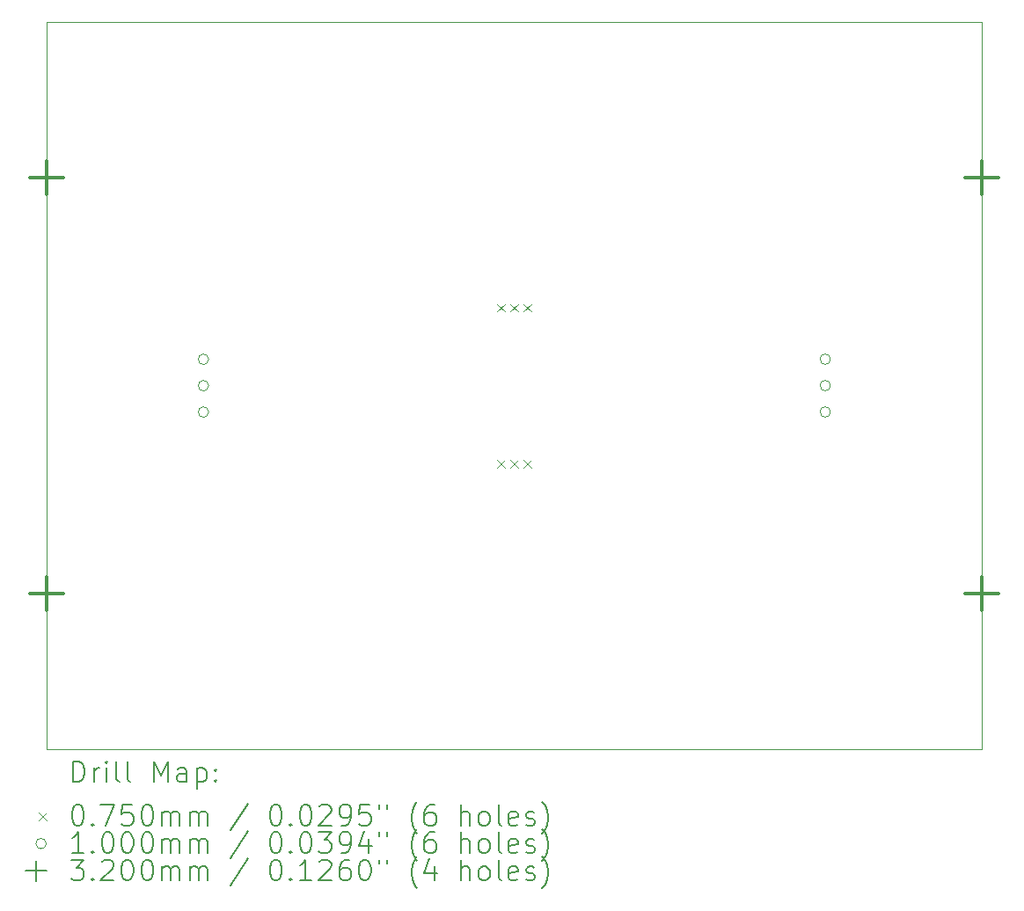
<source format=gbr>
%TF.GenerationSoftware,KiCad,Pcbnew,(6.0.8)*%
%TF.CreationDate,2023-05-12T01:16:04+02:00*%
%TF.ProjectId,SMDBattHolder,534d4442-6174-4744-986f-6c6465722e6b,rev?*%
%TF.SameCoordinates,Original*%
%TF.FileFunction,Drillmap*%
%TF.FilePolarity,Positive*%
%FSLAX45Y45*%
G04 Gerber Fmt 4.5, Leading zero omitted, Abs format (unit mm)*
G04 Created by KiCad (PCBNEW (6.0.8)) date 2023-05-12 01:16:04*
%MOMM*%
%LPD*%
G01*
G04 APERTURE LIST*
%ADD10C,0.100000*%
%ADD11C,0.200000*%
%ADD12C,0.075000*%
%ADD13C,0.320000*%
G04 APERTURE END LIST*
D10*
X29000000Y-17000000D02*
X29000000Y-10000000D01*
X38000000Y-10000000D02*
X38000000Y-17000000D01*
X29000000Y-10000000D02*
X38000000Y-10000000D01*
X38000000Y-17000000D02*
X29000000Y-17000000D01*
D11*
D12*
X33333500Y-14212500D02*
X33408500Y-14287500D01*
X33408500Y-14212500D02*
X33333500Y-14287500D01*
X33335500Y-12712500D02*
X33410500Y-12787500D01*
X33410500Y-12712500D02*
X33335500Y-12787500D01*
X33460500Y-14212500D02*
X33535500Y-14287500D01*
X33535500Y-14212500D02*
X33460500Y-14287500D01*
X33462500Y-12712500D02*
X33537500Y-12787500D01*
X33537500Y-12712500D02*
X33462500Y-12787500D01*
X33587500Y-14212500D02*
X33662500Y-14287500D01*
X33662500Y-14212500D02*
X33587500Y-14287500D01*
X33589500Y-12712500D02*
X33664500Y-12787500D01*
X33664500Y-12712500D02*
X33589500Y-12787500D01*
D10*
X30557500Y-13246500D02*
G75*
G03*
X30557500Y-13246500I-50000J0D01*
G01*
X30557500Y-13500500D02*
G75*
G03*
X30557500Y-13500500I-50000J0D01*
G01*
X30557500Y-13754500D02*
G75*
G03*
X30557500Y-13754500I-50000J0D01*
G01*
X36542500Y-13245500D02*
G75*
G03*
X36542500Y-13245500I-50000J0D01*
G01*
X36542500Y-13499500D02*
G75*
G03*
X36542500Y-13499500I-50000J0D01*
G01*
X36542500Y-13753500D02*
G75*
G03*
X36542500Y-13753500I-50000J0D01*
G01*
D13*
X29000000Y-11340000D02*
X29000000Y-11660000D01*
X28840000Y-11500000D02*
X29160000Y-11500000D01*
X29000000Y-15340000D02*
X29000000Y-15660000D01*
X28840000Y-15500000D02*
X29160000Y-15500000D01*
X38000000Y-11340000D02*
X38000000Y-11660000D01*
X37840000Y-11500000D02*
X38160000Y-11500000D01*
X38000000Y-15340000D02*
X38000000Y-15660000D01*
X37840000Y-15500000D02*
X38160000Y-15500000D01*
D11*
X29252619Y-17315476D02*
X29252619Y-17115476D01*
X29300238Y-17115476D01*
X29328809Y-17125000D01*
X29347857Y-17144048D01*
X29357381Y-17163095D01*
X29366905Y-17201190D01*
X29366905Y-17229762D01*
X29357381Y-17267857D01*
X29347857Y-17286905D01*
X29328809Y-17305952D01*
X29300238Y-17315476D01*
X29252619Y-17315476D01*
X29452619Y-17315476D02*
X29452619Y-17182143D01*
X29452619Y-17220238D02*
X29462143Y-17201190D01*
X29471667Y-17191667D01*
X29490714Y-17182143D01*
X29509762Y-17182143D01*
X29576428Y-17315476D02*
X29576428Y-17182143D01*
X29576428Y-17115476D02*
X29566905Y-17125000D01*
X29576428Y-17134524D01*
X29585952Y-17125000D01*
X29576428Y-17115476D01*
X29576428Y-17134524D01*
X29700238Y-17315476D02*
X29681190Y-17305952D01*
X29671667Y-17286905D01*
X29671667Y-17115476D01*
X29805000Y-17315476D02*
X29785952Y-17305952D01*
X29776428Y-17286905D01*
X29776428Y-17115476D01*
X30033571Y-17315476D02*
X30033571Y-17115476D01*
X30100238Y-17258333D01*
X30166905Y-17115476D01*
X30166905Y-17315476D01*
X30347857Y-17315476D02*
X30347857Y-17210714D01*
X30338333Y-17191667D01*
X30319286Y-17182143D01*
X30281190Y-17182143D01*
X30262143Y-17191667D01*
X30347857Y-17305952D02*
X30328809Y-17315476D01*
X30281190Y-17315476D01*
X30262143Y-17305952D01*
X30252619Y-17286905D01*
X30252619Y-17267857D01*
X30262143Y-17248810D01*
X30281190Y-17239286D01*
X30328809Y-17239286D01*
X30347857Y-17229762D01*
X30443095Y-17182143D02*
X30443095Y-17382143D01*
X30443095Y-17191667D02*
X30462143Y-17182143D01*
X30500238Y-17182143D01*
X30519286Y-17191667D01*
X30528809Y-17201190D01*
X30538333Y-17220238D01*
X30538333Y-17277381D01*
X30528809Y-17296429D01*
X30519286Y-17305952D01*
X30500238Y-17315476D01*
X30462143Y-17315476D01*
X30443095Y-17305952D01*
X30624048Y-17296429D02*
X30633571Y-17305952D01*
X30624048Y-17315476D01*
X30614524Y-17305952D01*
X30624048Y-17296429D01*
X30624048Y-17315476D01*
X30624048Y-17191667D02*
X30633571Y-17201190D01*
X30624048Y-17210714D01*
X30614524Y-17201190D01*
X30624048Y-17191667D01*
X30624048Y-17210714D01*
D12*
X28920000Y-17607500D02*
X28995000Y-17682500D01*
X28995000Y-17607500D02*
X28920000Y-17682500D01*
D11*
X29290714Y-17535476D02*
X29309762Y-17535476D01*
X29328809Y-17545000D01*
X29338333Y-17554524D01*
X29347857Y-17573571D01*
X29357381Y-17611667D01*
X29357381Y-17659286D01*
X29347857Y-17697381D01*
X29338333Y-17716429D01*
X29328809Y-17725952D01*
X29309762Y-17735476D01*
X29290714Y-17735476D01*
X29271667Y-17725952D01*
X29262143Y-17716429D01*
X29252619Y-17697381D01*
X29243095Y-17659286D01*
X29243095Y-17611667D01*
X29252619Y-17573571D01*
X29262143Y-17554524D01*
X29271667Y-17545000D01*
X29290714Y-17535476D01*
X29443095Y-17716429D02*
X29452619Y-17725952D01*
X29443095Y-17735476D01*
X29433571Y-17725952D01*
X29443095Y-17716429D01*
X29443095Y-17735476D01*
X29519286Y-17535476D02*
X29652619Y-17535476D01*
X29566905Y-17735476D01*
X29824048Y-17535476D02*
X29728809Y-17535476D01*
X29719286Y-17630714D01*
X29728809Y-17621190D01*
X29747857Y-17611667D01*
X29795476Y-17611667D01*
X29814524Y-17621190D01*
X29824048Y-17630714D01*
X29833571Y-17649762D01*
X29833571Y-17697381D01*
X29824048Y-17716429D01*
X29814524Y-17725952D01*
X29795476Y-17735476D01*
X29747857Y-17735476D01*
X29728809Y-17725952D01*
X29719286Y-17716429D01*
X29957381Y-17535476D02*
X29976428Y-17535476D01*
X29995476Y-17545000D01*
X30005000Y-17554524D01*
X30014524Y-17573571D01*
X30024048Y-17611667D01*
X30024048Y-17659286D01*
X30014524Y-17697381D01*
X30005000Y-17716429D01*
X29995476Y-17725952D01*
X29976428Y-17735476D01*
X29957381Y-17735476D01*
X29938333Y-17725952D01*
X29928809Y-17716429D01*
X29919286Y-17697381D01*
X29909762Y-17659286D01*
X29909762Y-17611667D01*
X29919286Y-17573571D01*
X29928809Y-17554524D01*
X29938333Y-17545000D01*
X29957381Y-17535476D01*
X30109762Y-17735476D02*
X30109762Y-17602143D01*
X30109762Y-17621190D02*
X30119286Y-17611667D01*
X30138333Y-17602143D01*
X30166905Y-17602143D01*
X30185952Y-17611667D01*
X30195476Y-17630714D01*
X30195476Y-17735476D01*
X30195476Y-17630714D02*
X30205000Y-17611667D01*
X30224048Y-17602143D01*
X30252619Y-17602143D01*
X30271667Y-17611667D01*
X30281190Y-17630714D01*
X30281190Y-17735476D01*
X30376428Y-17735476D02*
X30376428Y-17602143D01*
X30376428Y-17621190D02*
X30385952Y-17611667D01*
X30405000Y-17602143D01*
X30433571Y-17602143D01*
X30452619Y-17611667D01*
X30462143Y-17630714D01*
X30462143Y-17735476D01*
X30462143Y-17630714D02*
X30471667Y-17611667D01*
X30490714Y-17602143D01*
X30519286Y-17602143D01*
X30538333Y-17611667D01*
X30547857Y-17630714D01*
X30547857Y-17735476D01*
X30938333Y-17525952D02*
X30766905Y-17783095D01*
X31195476Y-17535476D02*
X31214524Y-17535476D01*
X31233571Y-17545000D01*
X31243095Y-17554524D01*
X31252619Y-17573571D01*
X31262143Y-17611667D01*
X31262143Y-17659286D01*
X31252619Y-17697381D01*
X31243095Y-17716429D01*
X31233571Y-17725952D01*
X31214524Y-17735476D01*
X31195476Y-17735476D01*
X31176428Y-17725952D01*
X31166905Y-17716429D01*
X31157381Y-17697381D01*
X31147857Y-17659286D01*
X31147857Y-17611667D01*
X31157381Y-17573571D01*
X31166905Y-17554524D01*
X31176428Y-17545000D01*
X31195476Y-17535476D01*
X31347857Y-17716429D02*
X31357381Y-17725952D01*
X31347857Y-17735476D01*
X31338333Y-17725952D01*
X31347857Y-17716429D01*
X31347857Y-17735476D01*
X31481190Y-17535476D02*
X31500238Y-17535476D01*
X31519286Y-17545000D01*
X31528809Y-17554524D01*
X31538333Y-17573571D01*
X31547857Y-17611667D01*
X31547857Y-17659286D01*
X31538333Y-17697381D01*
X31528809Y-17716429D01*
X31519286Y-17725952D01*
X31500238Y-17735476D01*
X31481190Y-17735476D01*
X31462143Y-17725952D01*
X31452619Y-17716429D01*
X31443095Y-17697381D01*
X31433571Y-17659286D01*
X31433571Y-17611667D01*
X31443095Y-17573571D01*
X31452619Y-17554524D01*
X31462143Y-17545000D01*
X31481190Y-17535476D01*
X31624048Y-17554524D02*
X31633571Y-17545000D01*
X31652619Y-17535476D01*
X31700238Y-17535476D01*
X31719286Y-17545000D01*
X31728809Y-17554524D01*
X31738333Y-17573571D01*
X31738333Y-17592619D01*
X31728809Y-17621190D01*
X31614524Y-17735476D01*
X31738333Y-17735476D01*
X31833571Y-17735476D02*
X31871667Y-17735476D01*
X31890714Y-17725952D01*
X31900238Y-17716429D01*
X31919286Y-17687857D01*
X31928809Y-17649762D01*
X31928809Y-17573571D01*
X31919286Y-17554524D01*
X31909762Y-17545000D01*
X31890714Y-17535476D01*
X31852619Y-17535476D01*
X31833571Y-17545000D01*
X31824048Y-17554524D01*
X31814524Y-17573571D01*
X31814524Y-17621190D01*
X31824048Y-17640238D01*
X31833571Y-17649762D01*
X31852619Y-17659286D01*
X31890714Y-17659286D01*
X31909762Y-17649762D01*
X31919286Y-17640238D01*
X31928809Y-17621190D01*
X32109762Y-17535476D02*
X32014524Y-17535476D01*
X32005000Y-17630714D01*
X32014524Y-17621190D01*
X32033571Y-17611667D01*
X32081190Y-17611667D01*
X32100238Y-17621190D01*
X32109762Y-17630714D01*
X32119286Y-17649762D01*
X32119286Y-17697381D01*
X32109762Y-17716429D01*
X32100238Y-17725952D01*
X32081190Y-17735476D01*
X32033571Y-17735476D01*
X32014524Y-17725952D01*
X32005000Y-17716429D01*
X32195476Y-17535476D02*
X32195476Y-17573571D01*
X32271667Y-17535476D02*
X32271667Y-17573571D01*
X32566905Y-17811667D02*
X32557381Y-17802143D01*
X32538333Y-17773571D01*
X32528809Y-17754524D01*
X32519286Y-17725952D01*
X32509762Y-17678333D01*
X32509762Y-17640238D01*
X32519286Y-17592619D01*
X32528809Y-17564048D01*
X32538333Y-17545000D01*
X32557381Y-17516429D01*
X32566905Y-17506905D01*
X32728809Y-17535476D02*
X32690714Y-17535476D01*
X32671667Y-17545000D01*
X32662143Y-17554524D01*
X32643095Y-17583095D01*
X32633571Y-17621190D01*
X32633571Y-17697381D01*
X32643095Y-17716429D01*
X32652619Y-17725952D01*
X32671667Y-17735476D01*
X32709762Y-17735476D01*
X32728809Y-17725952D01*
X32738333Y-17716429D01*
X32747857Y-17697381D01*
X32747857Y-17649762D01*
X32738333Y-17630714D01*
X32728809Y-17621190D01*
X32709762Y-17611667D01*
X32671667Y-17611667D01*
X32652619Y-17621190D01*
X32643095Y-17630714D01*
X32633571Y-17649762D01*
X32985952Y-17735476D02*
X32985952Y-17535476D01*
X33071667Y-17735476D02*
X33071667Y-17630714D01*
X33062143Y-17611667D01*
X33043095Y-17602143D01*
X33014524Y-17602143D01*
X32995476Y-17611667D01*
X32985952Y-17621190D01*
X33195476Y-17735476D02*
X33176428Y-17725952D01*
X33166905Y-17716429D01*
X33157381Y-17697381D01*
X33157381Y-17640238D01*
X33166905Y-17621190D01*
X33176428Y-17611667D01*
X33195476Y-17602143D01*
X33224048Y-17602143D01*
X33243095Y-17611667D01*
X33252619Y-17621190D01*
X33262143Y-17640238D01*
X33262143Y-17697381D01*
X33252619Y-17716429D01*
X33243095Y-17725952D01*
X33224048Y-17735476D01*
X33195476Y-17735476D01*
X33376428Y-17735476D02*
X33357381Y-17725952D01*
X33347857Y-17706905D01*
X33347857Y-17535476D01*
X33528809Y-17725952D02*
X33509762Y-17735476D01*
X33471667Y-17735476D01*
X33452619Y-17725952D01*
X33443095Y-17706905D01*
X33443095Y-17630714D01*
X33452619Y-17611667D01*
X33471667Y-17602143D01*
X33509762Y-17602143D01*
X33528809Y-17611667D01*
X33538333Y-17630714D01*
X33538333Y-17649762D01*
X33443095Y-17668810D01*
X33614524Y-17725952D02*
X33633571Y-17735476D01*
X33671667Y-17735476D01*
X33690714Y-17725952D01*
X33700238Y-17706905D01*
X33700238Y-17697381D01*
X33690714Y-17678333D01*
X33671667Y-17668810D01*
X33643095Y-17668810D01*
X33624048Y-17659286D01*
X33614524Y-17640238D01*
X33614524Y-17630714D01*
X33624048Y-17611667D01*
X33643095Y-17602143D01*
X33671667Y-17602143D01*
X33690714Y-17611667D01*
X33766905Y-17811667D02*
X33776429Y-17802143D01*
X33795476Y-17773571D01*
X33805000Y-17754524D01*
X33814524Y-17725952D01*
X33824048Y-17678333D01*
X33824048Y-17640238D01*
X33814524Y-17592619D01*
X33805000Y-17564048D01*
X33795476Y-17545000D01*
X33776429Y-17516429D01*
X33766905Y-17506905D01*
D10*
X28995000Y-17909000D02*
G75*
G03*
X28995000Y-17909000I-50000J0D01*
G01*
D11*
X29357381Y-17999476D02*
X29243095Y-17999476D01*
X29300238Y-17999476D02*
X29300238Y-17799476D01*
X29281190Y-17828048D01*
X29262143Y-17847095D01*
X29243095Y-17856619D01*
X29443095Y-17980429D02*
X29452619Y-17989952D01*
X29443095Y-17999476D01*
X29433571Y-17989952D01*
X29443095Y-17980429D01*
X29443095Y-17999476D01*
X29576428Y-17799476D02*
X29595476Y-17799476D01*
X29614524Y-17809000D01*
X29624048Y-17818524D01*
X29633571Y-17837571D01*
X29643095Y-17875667D01*
X29643095Y-17923286D01*
X29633571Y-17961381D01*
X29624048Y-17980429D01*
X29614524Y-17989952D01*
X29595476Y-17999476D01*
X29576428Y-17999476D01*
X29557381Y-17989952D01*
X29547857Y-17980429D01*
X29538333Y-17961381D01*
X29528809Y-17923286D01*
X29528809Y-17875667D01*
X29538333Y-17837571D01*
X29547857Y-17818524D01*
X29557381Y-17809000D01*
X29576428Y-17799476D01*
X29766905Y-17799476D02*
X29785952Y-17799476D01*
X29805000Y-17809000D01*
X29814524Y-17818524D01*
X29824048Y-17837571D01*
X29833571Y-17875667D01*
X29833571Y-17923286D01*
X29824048Y-17961381D01*
X29814524Y-17980429D01*
X29805000Y-17989952D01*
X29785952Y-17999476D01*
X29766905Y-17999476D01*
X29747857Y-17989952D01*
X29738333Y-17980429D01*
X29728809Y-17961381D01*
X29719286Y-17923286D01*
X29719286Y-17875667D01*
X29728809Y-17837571D01*
X29738333Y-17818524D01*
X29747857Y-17809000D01*
X29766905Y-17799476D01*
X29957381Y-17799476D02*
X29976428Y-17799476D01*
X29995476Y-17809000D01*
X30005000Y-17818524D01*
X30014524Y-17837571D01*
X30024048Y-17875667D01*
X30024048Y-17923286D01*
X30014524Y-17961381D01*
X30005000Y-17980429D01*
X29995476Y-17989952D01*
X29976428Y-17999476D01*
X29957381Y-17999476D01*
X29938333Y-17989952D01*
X29928809Y-17980429D01*
X29919286Y-17961381D01*
X29909762Y-17923286D01*
X29909762Y-17875667D01*
X29919286Y-17837571D01*
X29928809Y-17818524D01*
X29938333Y-17809000D01*
X29957381Y-17799476D01*
X30109762Y-17999476D02*
X30109762Y-17866143D01*
X30109762Y-17885190D02*
X30119286Y-17875667D01*
X30138333Y-17866143D01*
X30166905Y-17866143D01*
X30185952Y-17875667D01*
X30195476Y-17894714D01*
X30195476Y-17999476D01*
X30195476Y-17894714D02*
X30205000Y-17875667D01*
X30224048Y-17866143D01*
X30252619Y-17866143D01*
X30271667Y-17875667D01*
X30281190Y-17894714D01*
X30281190Y-17999476D01*
X30376428Y-17999476D02*
X30376428Y-17866143D01*
X30376428Y-17885190D02*
X30385952Y-17875667D01*
X30405000Y-17866143D01*
X30433571Y-17866143D01*
X30452619Y-17875667D01*
X30462143Y-17894714D01*
X30462143Y-17999476D01*
X30462143Y-17894714D02*
X30471667Y-17875667D01*
X30490714Y-17866143D01*
X30519286Y-17866143D01*
X30538333Y-17875667D01*
X30547857Y-17894714D01*
X30547857Y-17999476D01*
X30938333Y-17789952D02*
X30766905Y-18047095D01*
X31195476Y-17799476D02*
X31214524Y-17799476D01*
X31233571Y-17809000D01*
X31243095Y-17818524D01*
X31252619Y-17837571D01*
X31262143Y-17875667D01*
X31262143Y-17923286D01*
X31252619Y-17961381D01*
X31243095Y-17980429D01*
X31233571Y-17989952D01*
X31214524Y-17999476D01*
X31195476Y-17999476D01*
X31176428Y-17989952D01*
X31166905Y-17980429D01*
X31157381Y-17961381D01*
X31147857Y-17923286D01*
X31147857Y-17875667D01*
X31157381Y-17837571D01*
X31166905Y-17818524D01*
X31176428Y-17809000D01*
X31195476Y-17799476D01*
X31347857Y-17980429D02*
X31357381Y-17989952D01*
X31347857Y-17999476D01*
X31338333Y-17989952D01*
X31347857Y-17980429D01*
X31347857Y-17999476D01*
X31481190Y-17799476D02*
X31500238Y-17799476D01*
X31519286Y-17809000D01*
X31528809Y-17818524D01*
X31538333Y-17837571D01*
X31547857Y-17875667D01*
X31547857Y-17923286D01*
X31538333Y-17961381D01*
X31528809Y-17980429D01*
X31519286Y-17989952D01*
X31500238Y-17999476D01*
X31481190Y-17999476D01*
X31462143Y-17989952D01*
X31452619Y-17980429D01*
X31443095Y-17961381D01*
X31433571Y-17923286D01*
X31433571Y-17875667D01*
X31443095Y-17837571D01*
X31452619Y-17818524D01*
X31462143Y-17809000D01*
X31481190Y-17799476D01*
X31614524Y-17799476D02*
X31738333Y-17799476D01*
X31671667Y-17875667D01*
X31700238Y-17875667D01*
X31719286Y-17885190D01*
X31728809Y-17894714D01*
X31738333Y-17913762D01*
X31738333Y-17961381D01*
X31728809Y-17980429D01*
X31719286Y-17989952D01*
X31700238Y-17999476D01*
X31643095Y-17999476D01*
X31624048Y-17989952D01*
X31614524Y-17980429D01*
X31833571Y-17999476D02*
X31871667Y-17999476D01*
X31890714Y-17989952D01*
X31900238Y-17980429D01*
X31919286Y-17951857D01*
X31928809Y-17913762D01*
X31928809Y-17837571D01*
X31919286Y-17818524D01*
X31909762Y-17809000D01*
X31890714Y-17799476D01*
X31852619Y-17799476D01*
X31833571Y-17809000D01*
X31824048Y-17818524D01*
X31814524Y-17837571D01*
X31814524Y-17885190D01*
X31824048Y-17904238D01*
X31833571Y-17913762D01*
X31852619Y-17923286D01*
X31890714Y-17923286D01*
X31909762Y-17913762D01*
X31919286Y-17904238D01*
X31928809Y-17885190D01*
X32100238Y-17866143D02*
X32100238Y-17999476D01*
X32052619Y-17789952D02*
X32005000Y-17932810D01*
X32128809Y-17932810D01*
X32195476Y-17799476D02*
X32195476Y-17837571D01*
X32271667Y-17799476D02*
X32271667Y-17837571D01*
X32566905Y-18075667D02*
X32557381Y-18066143D01*
X32538333Y-18037571D01*
X32528809Y-18018524D01*
X32519286Y-17989952D01*
X32509762Y-17942333D01*
X32509762Y-17904238D01*
X32519286Y-17856619D01*
X32528809Y-17828048D01*
X32538333Y-17809000D01*
X32557381Y-17780429D01*
X32566905Y-17770905D01*
X32728809Y-17799476D02*
X32690714Y-17799476D01*
X32671667Y-17809000D01*
X32662143Y-17818524D01*
X32643095Y-17847095D01*
X32633571Y-17885190D01*
X32633571Y-17961381D01*
X32643095Y-17980429D01*
X32652619Y-17989952D01*
X32671667Y-17999476D01*
X32709762Y-17999476D01*
X32728809Y-17989952D01*
X32738333Y-17980429D01*
X32747857Y-17961381D01*
X32747857Y-17913762D01*
X32738333Y-17894714D01*
X32728809Y-17885190D01*
X32709762Y-17875667D01*
X32671667Y-17875667D01*
X32652619Y-17885190D01*
X32643095Y-17894714D01*
X32633571Y-17913762D01*
X32985952Y-17999476D02*
X32985952Y-17799476D01*
X33071667Y-17999476D02*
X33071667Y-17894714D01*
X33062143Y-17875667D01*
X33043095Y-17866143D01*
X33014524Y-17866143D01*
X32995476Y-17875667D01*
X32985952Y-17885190D01*
X33195476Y-17999476D02*
X33176428Y-17989952D01*
X33166905Y-17980429D01*
X33157381Y-17961381D01*
X33157381Y-17904238D01*
X33166905Y-17885190D01*
X33176428Y-17875667D01*
X33195476Y-17866143D01*
X33224048Y-17866143D01*
X33243095Y-17875667D01*
X33252619Y-17885190D01*
X33262143Y-17904238D01*
X33262143Y-17961381D01*
X33252619Y-17980429D01*
X33243095Y-17989952D01*
X33224048Y-17999476D01*
X33195476Y-17999476D01*
X33376428Y-17999476D02*
X33357381Y-17989952D01*
X33347857Y-17970905D01*
X33347857Y-17799476D01*
X33528809Y-17989952D02*
X33509762Y-17999476D01*
X33471667Y-17999476D01*
X33452619Y-17989952D01*
X33443095Y-17970905D01*
X33443095Y-17894714D01*
X33452619Y-17875667D01*
X33471667Y-17866143D01*
X33509762Y-17866143D01*
X33528809Y-17875667D01*
X33538333Y-17894714D01*
X33538333Y-17913762D01*
X33443095Y-17932810D01*
X33614524Y-17989952D02*
X33633571Y-17999476D01*
X33671667Y-17999476D01*
X33690714Y-17989952D01*
X33700238Y-17970905D01*
X33700238Y-17961381D01*
X33690714Y-17942333D01*
X33671667Y-17932810D01*
X33643095Y-17932810D01*
X33624048Y-17923286D01*
X33614524Y-17904238D01*
X33614524Y-17894714D01*
X33624048Y-17875667D01*
X33643095Y-17866143D01*
X33671667Y-17866143D01*
X33690714Y-17875667D01*
X33766905Y-18075667D02*
X33776429Y-18066143D01*
X33795476Y-18037571D01*
X33805000Y-18018524D01*
X33814524Y-17989952D01*
X33824048Y-17942333D01*
X33824048Y-17904238D01*
X33814524Y-17856619D01*
X33805000Y-17828048D01*
X33795476Y-17809000D01*
X33776429Y-17780429D01*
X33766905Y-17770905D01*
X28895000Y-18073000D02*
X28895000Y-18273000D01*
X28795000Y-18173000D02*
X28995000Y-18173000D01*
X29233571Y-18063476D02*
X29357381Y-18063476D01*
X29290714Y-18139667D01*
X29319286Y-18139667D01*
X29338333Y-18149190D01*
X29347857Y-18158714D01*
X29357381Y-18177762D01*
X29357381Y-18225381D01*
X29347857Y-18244429D01*
X29338333Y-18253952D01*
X29319286Y-18263476D01*
X29262143Y-18263476D01*
X29243095Y-18253952D01*
X29233571Y-18244429D01*
X29443095Y-18244429D02*
X29452619Y-18253952D01*
X29443095Y-18263476D01*
X29433571Y-18253952D01*
X29443095Y-18244429D01*
X29443095Y-18263476D01*
X29528809Y-18082524D02*
X29538333Y-18073000D01*
X29557381Y-18063476D01*
X29605000Y-18063476D01*
X29624048Y-18073000D01*
X29633571Y-18082524D01*
X29643095Y-18101571D01*
X29643095Y-18120619D01*
X29633571Y-18149190D01*
X29519286Y-18263476D01*
X29643095Y-18263476D01*
X29766905Y-18063476D02*
X29785952Y-18063476D01*
X29805000Y-18073000D01*
X29814524Y-18082524D01*
X29824048Y-18101571D01*
X29833571Y-18139667D01*
X29833571Y-18187286D01*
X29824048Y-18225381D01*
X29814524Y-18244429D01*
X29805000Y-18253952D01*
X29785952Y-18263476D01*
X29766905Y-18263476D01*
X29747857Y-18253952D01*
X29738333Y-18244429D01*
X29728809Y-18225381D01*
X29719286Y-18187286D01*
X29719286Y-18139667D01*
X29728809Y-18101571D01*
X29738333Y-18082524D01*
X29747857Y-18073000D01*
X29766905Y-18063476D01*
X29957381Y-18063476D02*
X29976428Y-18063476D01*
X29995476Y-18073000D01*
X30005000Y-18082524D01*
X30014524Y-18101571D01*
X30024048Y-18139667D01*
X30024048Y-18187286D01*
X30014524Y-18225381D01*
X30005000Y-18244429D01*
X29995476Y-18253952D01*
X29976428Y-18263476D01*
X29957381Y-18263476D01*
X29938333Y-18253952D01*
X29928809Y-18244429D01*
X29919286Y-18225381D01*
X29909762Y-18187286D01*
X29909762Y-18139667D01*
X29919286Y-18101571D01*
X29928809Y-18082524D01*
X29938333Y-18073000D01*
X29957381Y-18063476D01*
X30109762Y-18263476D02*
X30109762Y-18130143D01*
X30109762Y-18149190D02*
X30119286Y-18139667D01*
X30138333Y-18130143D01*
X30166905Y-18130143D01*
X30185952Y-18139667D01*
X30195476Y-18158714D01*
X30195476Y-18263476D01*
X30195476Y-18158714D02*
X30205000Y-18139667D01*
X30224048Y-18130143D01*
X30252619Y-18130143D01*
X30271667Y-18139667D01*
X30281190Y-18158714D01*
X30281190Y-18263476D01*
X30376428Y-18263476D02*
X30376428Y-18130143D01*
X30376428Y-18149190D02*
X30385952Y-18139667D01*
X30405000Y-18130143D01*
X30433571Y-18130143D01*
X30452619Y-18139667D01*
X30462143Y-18158714D01*
X30462143Y-18263476D01*
X30462143Y-18158714D02*
X30471667Y-18139667D01*
X30490714Y-18130143D01*
X30519286Y-18130143D01*
X30538333Y-18139667D01*
X30547857Y-18158714D01*
X30547857Y-18263476D01*
X30938333Y-18053952D02*
X30766905Y-18311095D01*
X31195476Y-18063476D02*
X31214524Y-18063476D01*
X31233571Y-18073000D01*
X31243095Y-18082524D01*
X31252619Y-18101571D01*
X31262143Y-18139667D01*
X31262143Y-18187286D01*
X31252619Y-18225381D01*
X31243095Y-18244429D01*
X31233571Y-18253952D01*
X31214524Y-18263476D01*
X31195476Y-18263476D01*
X31176428Y-18253952D01*
X31166905Y-18244429D01*
X31157381Y-18225381D01*
X31147857Y-18187286D01*
X31147857Y-18139667D01*
X31157381Y-18101571D01*
X31166905Y-18082524D01*
X31176428Y-18073000D01*
X31195476Y-18063476D01*
X31347857Y-18244429D02*
X31357381Y-18253952D01*
X31347857Y-18263476D01*
X31338333Y-18253952D01*
X31347857Y-18244429D01*
X31347857Y-18263476D01*
X31547857Y-18263476D02*
X31433571Y-18263476D01*
X31490714Y-18263476D02*
X31490714Y-18063476D01*
X31471667Y-18092048D01*
X31452619Y-18111095D01*
X31433571Y-18120619D01*
X31624048Y-18082524D02*
X31633571Y-18073000D01*
X31652619Y-18063476D01*
X31700238Y-18063476D01*
X31719286Y-18073000D01*
X31728809Y-18082524D01*
X31738333Y-18101571D01*
X31738333Y-18120619D01*
X31728809Y-18149190D01*
X31614524Y-18263476D01*
X31738333Y-18263476D01*
X31909762Y-18063476D02*
X31871667Y-18063476D01*
X31852619Y-18073000D01*
X31843095Y-18082524D01*
X31824048Y-18111095D01*
X31814524Y-18149190D01*
X31814524Y-18225381D01*
X31824048Y-18244429D01*
X31833571Y-18253952D01*
X31852619Y-18263476D01*
X31890714Y-18263476D01*
X31909762Y-18253952D01*
X31919286Y-18244429D01*
X31928809Y-18225381D01*
X31928809Y-18177762D01*
X31919286Y-18158714D01*
X31909762Y-18149190D01*
X31890714Y-18139667D01*
X31852619Y-18139667D01*
X31833571Y-18149190D01*
X31824048Y-18158714D01*
X31814524Y-18177762D01*
X32052619Y-18063476D02*
X32071667Y-18063476D01*
X32090714Y-18073000D01*
X32100238Y-18082524D01*
X32109762Y-18101571D01*
X32119286Y-18139667D01*
X32119286Y-18187286D01*
X32109762Y-18225381D01*
X32100238Y-18244429D01*
X32090714Y-18253952D01*
X32071667Y-18263476D01*
X32052619Y-18263476D01*
X32033571Y-18253952D01*
X32024048Y-18244429D01*
X32014524Y-18225381D01*
X32005000Y-18187286D01*
X32005000Y-18139667D01*
X32014524Y-18101571D01*
X32024048Y-18082524D01*
X32033571Y-18073000D01*
X32052619Y-18063476D01*
X32195476Y-18063476D02*
X32195476Y-18101571D01*
X32271667Y-18063476D02*
X32271667Y-18101571D01*
X32566905Y-18339667D02*
X32557381Y-18330143D01*
X32538333Y-18301571D01*
X32528809Y-18282524D01*
X32519286Y-18253952D01*
X32509762Y-18206333D01*
X32509762Y-18168238D01*
X32519286Y-18120619D01*
X32528809Y-18092048D01*
X32538333Y-18073000D01*
X32557381Y-18044429D01*
X32566905Y-18034905D01*
X32728809Y-18130143D02*
X32728809Y-18263476D01*
X32681190Y-18053952D02*
X32633571Y-18196810D01*
X32757381Y-18196810D01*
X32985952Y-18263476D02*
X32985952Y-18063476D01*
X33071667Y-18263476D02*
X33071667Y-18158714D01*
X33062143Y-18139667D01*
X33043095Y-18130143D01*
X33014524Y-18130143D01*
X32995476Y-18139667D01*
X32985952Y-18149190D01*
X33195476Y-18263476D02*
X33176428Y-18253952D01*
X33166905Y-18244429D01*
X33157381Y-18225381D01*
X33157381Y-18168238D01*
X33166905Y-18149190D01*
X33176428Y-18139667D01*
X33195476Y-18130143D01*
X33224048Y-18130143D01*
X33243095Y-18139667D01*
X33252619Y-18149190D01*
X33262143Y-18168238D01*
X33262143Y-18225381D01*
X33252619Y-18244429D01*
X33243095Y-18253952D01*
X33224048Y-18263476D01*
X33195476Y-18263476D01*
X33376428Y-18263476D02*
X33357381Y-18253952D01*
X33347857Y-18234905D01*
X33347857Y-18063476D01*
X33528809Y-18253952D02*
X33509762Y-18263476D01*
X33471667Y-18263476D01*
X33452619Y-18253952D01*
X33443095Y-18234905D01*
X33443095Y-18158714D01*
X33452619Y-18139667D01*
X33471667Y-18130143D01*
X33509762Y-18130143D01*
X33528809Y-18139667D01*
X33538333Y-18158714D01*
X33538333Y-18177762D01*
X33443095Y-18196810D01*
X33614524Y-18253952D02*
X33633571Y-18263476D01*
X33671667Y-18263476D01*
X33690714Y-18253952D01*
X33700238Y-18234905D01*
X33700238Y-18225381D01*
X33690714Y-18206333D01*
X33671667Y-18196810D01*
X33643095Y-18196810D01*
X33624048Y-18187286D01*
X33614524Y-18168238D01*
X33614524Y-18158714D01*
X33624048Y-18139667D01*
X33643095Y-18130143D01*
X33671667Y-18130143D01*
X33690714Y-18139667D01*
X33766905Y-18339667D02*
X33776429Y-18330143D01*
X33795476Y-18301571D01*
X33805000Y-18282524D01*
X33814524Y-18253952D01*
X33824048Y-18206333D01*
X33824048Y-18168238D01*
X33814524Y-18120619D01*
X33805000Y-18092048D01*
X33795476Y-18073000D01*
X33776429Y-18044429D01*
X33766905Y-18034905D01*
M02*

</source>
